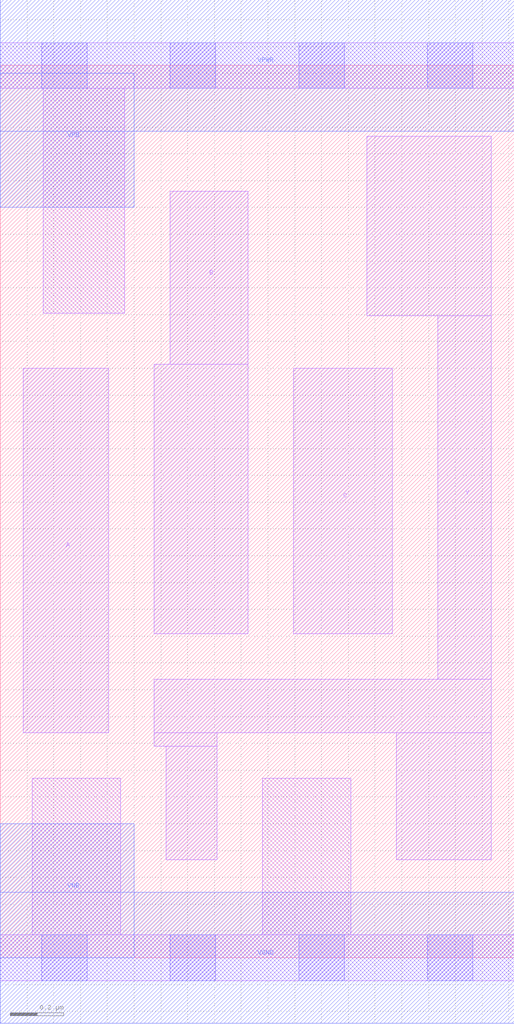
<source format=lef>
# Copyright 2020 The SkyWater PDK Authors
#
# Licensed under the Apache License, Version 2.0 (the "License");
# you may not use this file except in compliance with the License.
# You may obtain a copy of the License at
#
#     https://www.apache.org/licenses/LICENSE-2.0
#
# Unless required by applicable law or agreed to in writing, software
# distributed under the License is distributed on an "AS IS" BASIS,
# WITHOUT WARRANTIES OR CONDITIONS OF ANY KIND, either express or implied.
# See the License for the specific language governing permissions and
# limitations under the License.
#
# SPDX-License-Identifier: Apache-2.0

VERSION 5.5 ;
NAMESCASESENSITIVE ON ;
BUSBITCHARS "[]" ;
DIVIDERCHAR "/" ;
MACRO sky130_fd_sc_lp__nor3_0
  CLASS CORE ;
  SOURCE USER ;
  ORIGIN  0.000000  0.000000 ;
  SIZE  1.920000 BY  3.330000 ;
  SYMMETRY X Y R90 ;
  SITE unit ;
  PIN A
    ANTENNAGATEAREA  0.159000 ;
    DIRECTION INPUT ;
    USE SIGNAL ;
    PORT
      LAYER li1 ;
        RECT 0.085000 0.840000 0.405000 2.200000 ;
    END
  END A
  PIN B
    ANTENNAGATEAREA  0.159000 ;
    DIRECTION INPUT ;
    USE SIGNAL ;
    PORT
      LAYER li1 ;
        RECT 0.575000 1.210000 0.925000 2.215000 ;
        RECT 0.635000 2.215000 0.925000 2.860000 ;
    END
  END B
  PIN C
    ANTENNAGATEAREA  0.159000 ;
    DIRECTION INPUT ;
    USE SIGNAL ;
    PORT
      LAYER li1 ;
        RECT 1.095000 1.210000 1.465000 2.200000 ;
    END
  END C
  PIN Y
    ANTENNADIFFAREA  0.398500 ;
    DIRECTION OUTPUT ;
    USE SIGNAL ;
    PORT
      LAYER li1 ;
        RECT 0.575000 0.790000 0.810000 0.840000 ;
        RECT 0.575000 0.840000 1.835000 1.040000 ;
        RECT 0.620000 0.365000 0.810000 0.790000 ;
        RECT 1.370000 2.395000 1.835000 3.065000 ;
        RECT 1.480000 0.365000 1.835000 0.840000 ;
        RECT 1.635000 1.040000 1.835000 2.395000 ;
    END
  END Y
  PIN VGND
    DIRECTION INOUT ;
    USE GROUND ;
    PORT
      LAYER met1 ;
        RECT 0.000000 -0.245000 1.920000 0.245000 ;
    END
  END VGND
  PIN VNB
    DIRECTION INOUT ;
    USE GROUND ;
    PORT
      LAYER met1 ;
        RECT 0.000000 0.000000 0.500000 0.500000 ;
    END
  END VNB
  PIN VPB
    DIRECTION INOUT ;
    USE POWER ;
    PORT
      LAYER met1 ;
        RECT 0.000000 2.800000 0.500000 3.300000 ;
    END
  END VPB
  PIN VPWR
    DIRECTION INOUT ;
    USE POWER ;
    PORT
      LAYER met1 ;
        RECT 0.000000 3.085000 1.920000 3.575000 ;
    END
  END VPWR
  OBS
    LAYER li1 ;
      RECT 0.000000 -0.085000 1.920000 0.085000 ;
      RECT 0.000000  3.245000 1.920000 3.415000 ;
      RECT 0.120000  0.085000 0.450000 0.670000 ;
      RECT 0.160000  2.405000 0.465000 3.245000 ;
      RECT 0.980000  0.085000 1.310000 0.670000 ;
    LAYER mcon ;
      RECT 0.155000 -0.085000 0.325000 0.085000 ;
      RECT 0.155000  3.245000 0.325000 3.415000 ;
      RECT 0.635000 -0.085000 0.805000 0.085000 ;
      RECT 0.635000  3.245000 0.805000 3.415000 ;
      RECT 1.115000 -0.085000 1.285000 0.085000 ;
      RECT 1.115000  3.245000 1.285000 3.415000 ;
      RECT 1.595000 -0.085000 1.765000 0.085000 ;
      RECT 1.595000  3.245000 1.765000 3.415000 ;
  END
END sky130_fd_sc_lp__nor3_0
END LIBRARY

</source>
